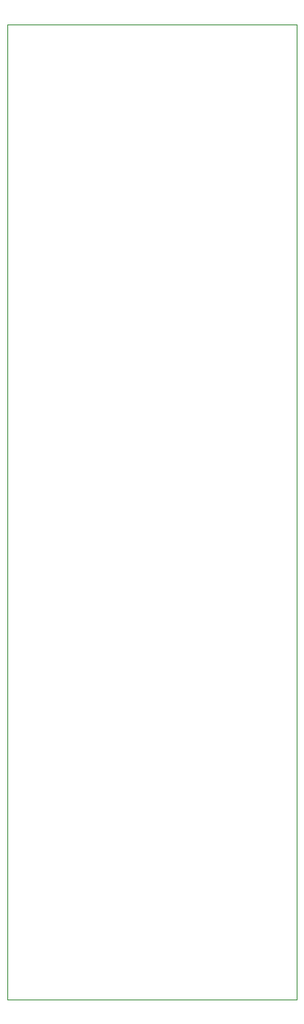
<source format=gm1>
%TF.GenerationSoftware,KiCad,Pcbnew,(6.0.0-rc1-415-g653c7b78d7)*%
%TF.CreationDate,2021-12-14T13:19:45-08:00*%
%TF.ProjectId,Detector,44657465-6374-46f7-922e-6b696361645f,rev?*%
%TF.SameCoordinates,Original*%
%TF.FileFunction,Profile,NP*%
%FSLAX46Y46*%
G04 Gerber Fmt 4.6, Leading zero omitted, Abs format (unit mm)*
G04 Created by KiCad (PCBNEW (6.0.0-rc1-415-g653c7b78d7)) date 2021-12-14 13:19:45*
%MOMM*%
%LPD*%
G01*
G04 APERTURE LIST*
%TA.AperFunction,Profile*%
%ADD10C,0.100000*%
%TD*%
G04 APERTURE END LIST*
D10*
X110725000Y-47260000D02*
X140725000Y-47260000D01*
X140725000Y-47260000D02*
X140725000Y-148360000D01*
X140725000Y-148360000D02*
X110725000Y-148360000D01*
X110725000Y-148360000D02*
X110725000Y-47260000D01*
M02*

</source>
